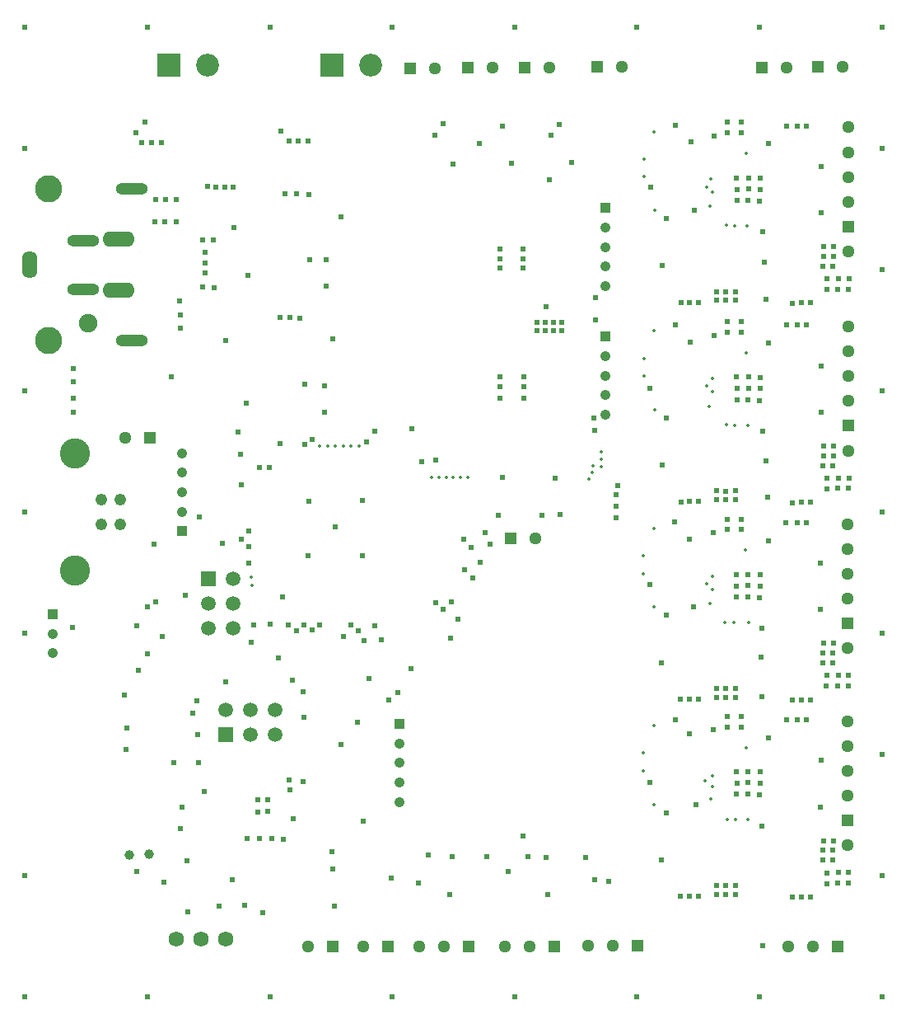
<source format=gbr>
G04 DipTrace 2.4.0.1*
%INBottomPaste.gbr*%
%MOIN*%
%ADD44R,0.0591X0.0591*%
%ADD46C,0.0591*%
%ADD115C,0.014*%
%ADD116C,0.024*%
%ADD156C,0.0392*%
%ADD174C,0.0412*%
%ADD176C,0.0412*%
%ADD178R,0.0412X0.0412*%
%ADD202C,0.0625*%
%ADD204C,0.092*%
%ADD208R,0.092X0.092*%
%ADD210C,0.0511*%
%ADD211C,0.0511*%
%ADD213R,0.0511X0.0511*%
%ADD217C,0.1219*%
%ADD221C,0.0479*%
%ADD224C,0.0747*%
%ADD228C,0.1101*%
%ADD230O,0.1298X0.0629*%
%ADD233O,0.1298X0.0471*%
%ADD237O,0.0629X0.1101*%
%FSLAX44Y44*%
G04*
G70*
G90*
G75*
G01*
%LNBotPaste*%
%LPD*%
D116*
X4493Y10413D3*
X5000Y13610D3*
X7420Y9880D3*
X6330Y25480D3*
X19960Y5480D3*
X23460Y5130D3*
X19960Y5480D3*
X17040Y16340D3*
X24325Y19775D3*
Y20225D3*
X17350Y16080D3*
X18830Y17975D3*
X6020Y5050D3*
X6900Y16650D3*
X9460Y17950D3*
X11700Y11720D3*
X11660Y12750D3*
X4430Y12590D3*
X10830Y16570D3*
X17700Y6080D3*
X18200Y17660D3*
X17950Y15680D3*
X8870Y31500D3*
X17610Y4540D3*
X18550Y17350D3*
X17680Y16380D3*
X8525Y26925D3*
X6700Y7200D3*
X6760Y8060D3*
X5360Y14280D3*
X7371Y12359D3*
X23500Y27770D3*
X16475Y22045D3*
X23490Y28660D3*
X23470Y23310D3*
X17050Y22120D3*
X23450Y23790D3*
X24325Y20700D3*
X24395Y21080D3*
X2370Y25820D3*
Y25280D3*
X4930Y15390D3*
X7790Y33160D3*
X30170Y33510D3*
Y33050D3*
X30150Y32580D3*
X29690Y33080D3*
Y33520D3*
X29680Y32610D3*
X29220D3*
X29230Y33050D3*
X29210Y33520D3*
D115*
X28810Y31590D3*
X29150Y31580D3*
X29650D3*
X28130Y32380D3*
X28240Y32940D3*
X28000Y33150D3*
X28180Y33460D3*
X29590Y34500D3*
D116*
X30500Y34890D3*
X28290Y35210D3*
X32630Y33980D3*
X32620Y32100D3*
X30260Y31340D3*
X28410Y28560D3*
Y28920D3*
X29180D3*
X28770Y28560D3*
Y28910D3*
X29180Y28560D3*
X29400Y35330D3*
X28850D3*
X29400Y35760D3*
X28850D3*
X32040Y35620D3*
X31670D3*
X31230D3*
X26730Y35630D3*
D115*
X25893Y32195D3*
X25453Y33555D3*
Y34275D3*
X25873Y35385D3*
D116*
X26380Y31870D3*
X9890Y6790D3*
X10940Y32880D3*
X11410Y32870D3*
X11900Y32850D3*
X13210Y31950D3*
X11930Y30190D3*
X12610Y30210D3*
X12600Y29150D3*
X9440Y29580D3*
X7610Y31010D3*
X8030D3*
X7590Y29100D3*
X8060Y29080D3*
X7700Y29670D3*
Y30080D3*
X7710Y30490D3*
X10770Y35410D3*
X11100Y35020D3*
X11470Y35010D3*
X11860Y35020D3*
X5140Y34950D3*
X5540D3*
X5930D3*
X4910Y35340D3*
X12550Y25110D3*
Y24040D3*
X11720Y25160D3*
X9370Y24410D3*
X9400Y6790D3*
X10730Y27860D3*
X11130D3*
X11540Y27850D3*
X12870Y27000D3*
X18810Y34890D3*
X19720Y35600D3*
X17340Y35690D3*
X17010Y35250D3*
X22040Y35670D3*
X21700Y35230D3*
X17750Y34080D3*
X20110Y34110D3*
X33133Y30735D3*
X33123Y30345D3*
X33113Y29945D3*
X32733Y30735D3*
X32723Y30345D3*
X32713Y29945D3*
X32883Y29435D3*
X33753Y29445D3*
X33333D3*
X32863Y29005D3*
X33733Y29015D3*
X33313D3*
X31483Y28445D3*
X32213Y28455D3*
X31843D3*
X26953Y28475D3*
X27683Y28485D3*
X27313D3*
X33133Y22675D3*
X26193Y29955D3*
X33123Y22285D3*
X33113Y21885D3*
X32733Y22675D3*
X32723Y22285D3*
X32713Y21885D3*
X32883Y21375D3*
X33753Y21385D3*
X33333D3*
X30170Y25450D3*
Y24990D3*
X30150Y24520D3*
X29690Y25020D3*
Y25460D3*
X29680Y24550D3*
X29220D3*
X29230Y24990D3*
X29210Y25460D3*
D115*
X28800Y23540D3*
X29140Y23510D3*
X29670Y23500D3*
X28090Y24270D3*
X28220Y24860D3*
X28000Y25090D3*
X28240Y25390D3*
X29590Y26440D3*
D116*
X30500Y26830D3*
X28290Y27150D3*
X32630Y25920D3*
X32620Y24040D3*
X30260Y23280D3*
X28410Y20500D3*
Y20860D3*
X29180D3*
X28770Y20500D3*
Y20850D3*
X29180Y20500D3*
X29400Y27270D3*
X28850D3*
X29400Y27700D3*
X28850D3*
X32040Y27560D3*
X31670D3*
X31230D3*
X26730Y27570D3*
D115*
X25893Y24135D3*
X25453Y25495D3*
Y26215D3*
X25873Y27325D3*
D116*
X26380Y23810D3*
X32863Y20945D3*
X33733Y20955D3*
X33313D3*
X31483Y20385D3*
X32213Y20395D3*
X31843D3*
X26953Y20415D3*
X27683Y20425D3*
X27313D3*
X26193Y21895D3*
X33120Y14695D3*
X33110Y14305D3*
X33100Y13905D3*
X32720Y14695D3*
X32710Y14305D3*
X32700Y13905D3*
X32870Y13395D3*
X33740Y13405D3*
X33320D3*
X30157Y17469D3*
Y17009D3*
X30137Y16539D3*
X29677Y17039D3*
Y17479D3*
X29667Y16569D3*
X29207D3*
X29217Y17009D3*
X29197Y17479D3*
D115*
X28750Y15550D3*
X29100Y15540D3*
X29690Y15550D3*
X28130Y16320D3*
X28220Y16870D3*
X27987Y17109D3*
X28220Y17400D3*
X29577Y18459D3*
D116*
X30487Y18849D3*
X28277Y19169D3*
X32617Y17939D3*
X32607Y16059D3*
X30247Y15299D3*
X28397Y12519D3*
Y12879D3*
X29167D3*
X28757Y12519D3*
Y12869D3*
X29167Y12519D3*
X29387Y19289D3*
X28837D3*
X29387Y19719D3*
X28837D3*
X32027Y19579D3*
X31657D3*
X31217D3*
X26717Y19589D3*
D115*
X25880Y16155D3*
X25440Y17515D3*
Y18235D3*
X25860Y19345D3*
D116*
X26367Y15829D3*
X32850Y12965D3*
X33720Y12975D3*
X33300D3*
X31470Y12405D3*
X32200Y12415D3*
X31830D3*
X26940Y12435D3*
X27670Y12445D3*
X27300D3*
X26180Y13915D3*
X33123Y6715D3*
X33113Y6325D3*
X33103Y5925D3*
X32723Y6715D3*
X32713Y6325D3*
X32703Y5925D3*
X32873Y5415D3*
X33743Y5425D3*
X33323D3*
X30160Y9490D3*
Y9030D3*
X30140Y8560D3*
X29680Y9060D3*
Y9500D3*
X29670Y8590D3*
X29210D3*
X29220Y9030D3*
X29200Y9500D3*
D115*
X28840Y7580D3*
X29160Y7560D3*
X29670Y7580D3*
X28170Y8420D3*
X28225Y8900D3*
X27950Y9125D3*
X28225Y9350D3*
X29590Y10470D3*
D116*
X30490Y10870D3*
X28280Y11190D3*
X32620Y9960D3*
X32610Y8080D3*
X30250Y7320D3*
X28400Y4540D3*
Y4900D3*
X29170D3*
X28760Y4540D3*
Y4890D3*
X29170Y4540D3*
X29390Y11310D3*
X28840D3*
X29390Y11740D3*
X28840D3*
X32030Y11600D3*
X31660D3*
X31220D3*
X26720Y11610D3*
D115*
X25883Y8175D3*
X25443Y9535D3*
Y10255D3*
X25863Y11365D3*
D116*
X26370Y7850D3*
X32853Y4985D3*
X33723Y4995D3*
X33303D3*
X31473Y4425D3*
X32203Y4435D3*
X31833D3*
X26943Y4455D3*
X27673Y4465D3*
X27303D3*
X26183Y5935D3*
X22530Y34130D3*
X19625Y30250D3*
X20575D3*
Y29875D3*
X19625D3*
X20575Y30625D3*
X19625D3*
X21625Y33450D3*
X410Y39590D3*
X8140Y33150D3*
X19100Y6080D3*
X21500Y6025D3*
X10390Y6790D3*
X10880Y6780D3*
X8490Y33150D3*
X11275Y7600D3*
X11130Y8780D3*
X11680Y9090D3*
X11100Y9180D3*
X9825Y8375D3*
X4520Y11260D3*
X8840Y33140D3*
X15510Y12700D3*
X15140Y12410D3*
X14850Y14830D3*
X14560Y15410D3*
X14120Y14820D3*
X13900Y15200D3*
X13600Y15425D3*
X13300Y14970D3*
X11700Y15425D3*
X12350D3*
X12025Y15225D3*
X11230Y13220D3*
X14330Y13260D3*
X8540Y13150D3*
X20600Y25475D3*
Y25075D3*
Y24600D3*
X19625Y25475D3*
Y25075D3*
Y24600D3*
X21500Y28300D3*
X21150Y27675D3*
X21475D3*
X21800D3*
X22125D3*
X21150Y27350D3*
X21475D3*
X21800D3*
X22125D3*
X10310Y21820D3*
X9900D3*
X14575Y23275D3*
X10250Y8375D3*
Y7900D3*
X19050Y19175D3*
X18175Y18900D3*
X18475Y18575D3*
X9850Y7875D3*
X10725Y22775D3*
X11725Y22725D3*
X12025Y22950D3*
X14220Y22830D3*
X16070Y23380D3*
X9025Y23250D3*
X9475Y18600D3*
X9180Y18900D3*
X11390Y15200D3*
X11075Y15425D3*
X5375Y16175D3*
X20775Y6070D3*
X16730Y6130D3*
X15225Y5210D3*
X30260Y2460D3*
X24040Y5080D3*
X21555Y4550D3*
X16340Y5020D3*
X13200Y10590D3*
X12850Y6260D3*
X10030Y3800D3*
X12925Y4060D3*
X19560Y19870D3*
X21350Y19875D3*
X19740Y21390D3*
X9675Y15450D3*
X10325Y15475D3*
X9125Y22325D3*
X21860Y21360D3*
X5700Y16360D3*
X5980Y14970D3*
X5640Y18710D3*
X2325Y15350D3*
X23100Y6050D3*
X6990Y3825D3*
X8255Y4075D3*
X9300Y4100D3*
X7410Y11010D3*
X10675Y14100D3*
X9575Y14750D3*
X9180Y21110D3*
X9475Y19250D3*
X7670Y8700D3*
X6675Y28550D3*
X6700Y27975D3*
Y27425D3*
X6100Y32650D3*
X6075Y31725D3*
X6525D3*
Y32650D3*
X5700D3*
X5675Y31725D3*
X410Y410D3*
X35090Y39590D3*
Y410D3*
X4930Y5460D3*
X6970Y5920D3*
X8790Y5140D3*
X13860Y11520D3*
X12870Y5560D3*
X14110Y7490D3*
X6430Y9880D3*
X12960Y19400D3*
X11910Y20430D3*
X14070Y20460D3*
Y18250D3*
X11870Y18230D3*
X410Y5300D3*
Y15100D3*
Y20000D3*
Y24900D3*
Y34690D3*
X35090D3*
Y29790D3*
Y24900D3*
X5360Y39590D3*
X35090Y20000D3*
Y15100D3*
Y10200D3*
Y5310D3*
X10320Y39590D3*
X15270D3*
X20230D3*
X25180D3*
X30130D3*
X5360Y410D3*
X10320D3*
X15270D3*
X20230D3*
X25180D3*
X30130D3*
X20570Y6890D3*
X7210Y11880D3*
X16040Y13680D3*
X17640Y14920D3*
D115*
X16870Y21400D3*
D116*
X19240Y18710D3*
X22080Y19890D3*
X25700Y9070D3*
X27560Y8180D3*
X27300Y11030D3*
X25710Y17060D3*
X27290Y18900D3*
X30250Y12540D3*
X30210Y14130D3*
X27480Y16180D3*
X30460Y20590D3*
X30390Y22080D3*
X25700Y25020D3*
X27340Y26860D3*
X30350Y30100D3*
X30400Y28600D3*
X25720Y33130D3*
X27360Y34970D3*
X27510Y32210D3*
X5260Y35760D3*
X7460Y19800D3*
X8410Y18730D3*
X2370Y24610D3*
Y24040D3*
D115*
X12350Y22670D3*
X12670Y22680D3*
X12980Y22670D3*
X13290D3*
X13610D3*
X13920Y22660D3*
X9560Y17360D3*
X9600Y17030D3*
X17170Y21400D3*
X17460D3*
X18020D3*
X17740D3*
X18320D3*
X23750Y22450D3*
Y22150D3*
X23740Y21850D3*
X23390Y21880D3*
X23380Y21590D3*
X23220Y21340D3*
D237*
X590Y30000D3*
D233*
X2756Y30984D3*
D230*
X4193Y28976D3*
Y31024D3*
D233*
X2756Y29016D3*
D228*
X1378Y26929D3*
Y33071D3*
D233*
X4724Y26929D3*
Y33071D3*
D224*
X2953Y27638D3*
D221*
X4285Y19508D3*
Y20492D3*
X3498D3*
Y19508D3*
D217*
X2431Y22370D3*
Y17630D3*
D213*
X33720Y31550D3*
D210*
Y32550D3*
Y33550D3*
Y34550D3*
D213*
Y23490D3*
D210*
Y24490D3*
Y25490D3*
Y26490D3*
D213*
X33707Y15509D3*
D210*
Y16509D3*
Y17509D3*
Y18509D3*
D213*
X33710Y7530D3*
D210*
Y8530D3*
Y9530D3*
Y10530D3*
D208*
X6240Y38080D3*
D204*
X7800D3*
D208*
X12850D3*
D204*
X14410D3*
D213*
X16010Y37950D3*
D210*
X17010D3*
D213*
X33290Y2450D3*
D210*
X32290D3*
X31290D3*
D213*
X25200Y2480D3*
D210*
X24200D3*
X23200D3*
D213*
X21830Y2450D3*
D210*
X20830D3*
X19830D3*
D213*
X18370D3*
D210*
X17370D3*
X16370D3*
D213*
X15090Y2440D3*
D210*
X14090D3*
D213*
X12860Y2430D3*
D210*
X11860D3*
D202*
X8550Y2750D3*
X7550D3*
X6550D3*
D213*
X20650Y37970D3*
D210*
X21650D3*
D213*
X18320D3*
D210*
X19320D3*
D213*
X32490Y37990D3*
D210*
X33490D3*
D213*
X30230Y37980D3*
D210*
X31230D3*
D213*
X23560Y37990D3*
D210*
X24560D3*
D178*
X23900Y27090D3*
D174*
Y26303D3*
Y25515D3*
D176*
Y24728D3*
Y23940D3*
D178*
Y32290D3*
D174*
Y31503D3*
Y30715D3*
D176*
Y29928D3*
Y29140D3*
D178*
X1520Y15870D3*
D174*
Y15081D3*
Y14292D3*
D178*
X6775Y19230D3*
D174*
Y20017D3*
Y20805D3*
D176*
Y21592D3*
Y22380D3*
D44*
X7840Y17300D3*
D46*
X8840D3*
X7840Y16300D3*
X8840D3*
X7840Y15300D3*
X8840D3*
D213*
X20075Y18925D3*
D210*
X21075D3*
D44*
X8540Y11010D3*
D46*
Y12010D3*
X9540Y11010D3*
Y12010D3*
X10540Y11010D3*
Y12010D3*
D213*
X5460Y23020D3*
D210*
X4460D3*
D178*
X15580Y11430D3*
D174*
Y10643D3*
Y9855D3*
D176*
Y9068D3*
Y8280D3*
D211*
X33723Y30545D3*
Y35555D3*
Y22485D3*
Y27495D3*
X33710Y14505D3*
Y19515D3*
X33713Y6525D3*
Y11535D3*
D156*
X4630Y6150D3*
X5420Y6160D3*
M02*

</source>
